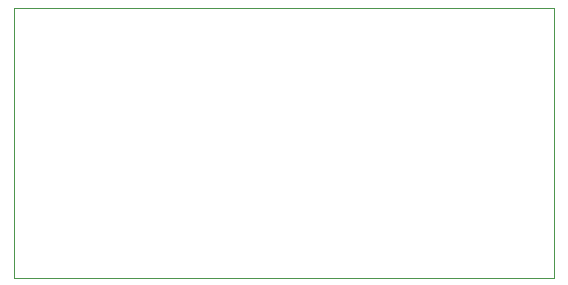
<source format=gbr>
%TF.GenerationSoftware,KiCad,Pcbnew,(5.1.10)-1*%
%TF.CreationDate,2021-10-03T18:06:06-07:00*%
%TF.ProjectId,intro_project,696e7472-6f5f-4707-926f-6a6563742e6b,rev?*%
%TF.SameCoordinates,Original*%
%TF.FileFunction,Profile,NP*%
%FSLAX46Y46*%
G04 Gerber Fmt 4.6, Leading zero omitted, Abs format (unit mm)*
G04 Created by KiCad (PCBNEW (5.1.10)-1) date 2021-10-03 18:06:06*
%MOMM*%
%LPD*%
G01*
G04 APERTURE LIST*
%TA.AperFunction,Profile*%
%ADD10C,0.100000*%
%TD*%
G04 APERTURE END LIST*
D10*
X151130000Y-78740000D02*
X151130000Y-101600000D01*
X105410000Y-78740000D02*
X151130000Y-78740000D01*
X105410000Y-101600000D02*
X105410000Y-78740000D01*
X151130000Y-101600000D02*
X105410000Y-101600000D01*
M02*

</source>
